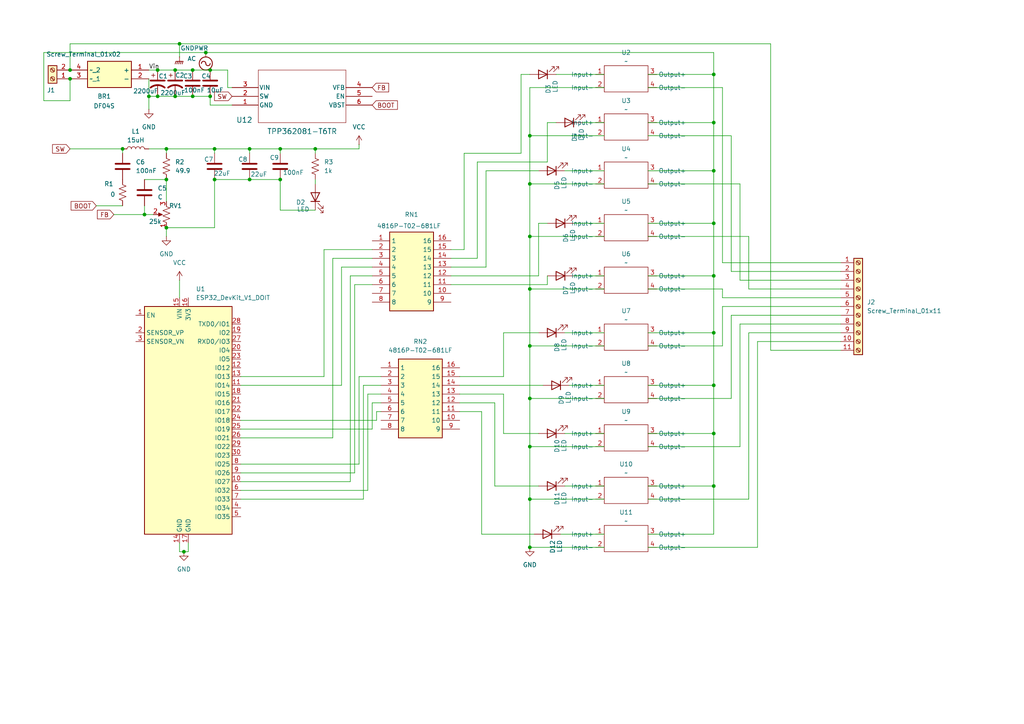
<source format=kicad_sch>
(kicad_sch (version 20231120) (generator "eeschema") (generator_version "8.0")
  (paper "A4")
  (lib_symbols
    (symbol "Bridge_rectifier:DF04S"
      (property "Reference" "BR" (at 19.05 7.62 0))
      (property "Value" "DF04S" (at 19.05 5.08 0))
      (symbol "DF04S_1_1"
        (rectangle (start 5.08 2.54) (end 17.78 -5.08) (stroke (width 0.254)) (fill (type background)))
        (pin passive line (at 0 0 0) (length 5.08) (name "+") (number "1"))
        (pin passive line (at 0 -2.54 0) (length 5.08) (name "-") (number "2"))
        (pin passive line (at 22.86 -2.54 180) (length 5.08) (name "~_1") (number "3"))
        (pin passive line (at 22.86 0 180) (length 5.08) (name "~_2") (number "4"))
      )
    )
    (symbol "Connector:Screw_Terminal_01x02" (pin_names (offset 1.016) hide)
      (property "Reference" "J" (at 0 2.54 0))
      (property "Value" "Screw_Terminal_01x02" (at 0 -5.08 0))
      (symbol "Screw_Terminal_01x02_1_1"
        (rectangle (start -1.27 1.27) (end 1.27 -3.81) (stroke (width 0.254)) (fill (type background)))
        (circle (center 0 -2.54) (radius 0.635) (stroke (width 0.1524)))
        (polyline (pts (xy -0.5334 -2.2098) (xy 0.3302 -3.048)) (stroke (width 0.1524)))
        (polyline (pts (xy -0.5334 0.3302) (xy 0.3302 -0.508)) (stroke (width 0.1524)))
        (polyline (pts (xy -0.3556 -2.032) (xy 0.508 -2.8702)) (stroke (width 0.1524)))
        (polyline (pts (xy -0.3556 0.508) (xy 0.508 -0.3302)) (stroke (width 0.1524)))
        (circle (center 0 0) (radius 0.635) (stroke (width 0.1524)))
        (pin passive line (at -5.08 0 0) (length 3.81) (name "Pin_1") (number "1"))
        (pin passive line (at -5.08 -2.54 0) (length 3.81) (name "Pin_2") (number "2"))
      )
    )
    (symbol "Connector:Screw_Terminal_01x11" (pin_names (offset 1.016) hide)
      (property "Reference" "J" (at 0 15.24 0))
      (property "Value" "Screw_Terminal_01x11" (at 0 -15.24 0))
      (symbol "Screw_Terminal_01x11_1_1"
        (rectangle (start -1.27 13.97) (end 1.27 -13.97) (stroke (width 0.254)) (fill (type background)))
        (circle (center 0 -12.7) (radius 0.635) (stroke (width 0.1524)))
        (circle (center 0 -10.16) (radius 0.635) (stroke (width 0.1524)))
        (circle (center 0 -7.62) (radius 0.635) (stroke (width 0.1524)))
        (circle (center 0 -5.08) (radius 0.635) (stroke (width 0.1524)))
        (circle (center 0 -2.54) (radius 0.635) (stroke (width 0.1524)))
        (polyline (pts (xy -0.5334 -12.3698) (xy 0.3302 -13.208)) (stroke (width 0.1524)))
        (polyline (pts (xy -0.5334 -9.8298) (xy 0.3302 -10.668)) (stroke (width 0.1524)))
        (polyline (pts (xy -0.5334 -7.2898) (xy 0.3302 -8.128)) (stroke (width 0.1524)))
        (polyline (pts (xy -0.5334 -4.7498) (xy 0.3302 -5.588)) (stroke (width 0.1524)))
        (polyline (pts (xy -0.5334 -2.2098) (xy 0.3302 -3.048)) (stroke (width 0.1524)))
        (polyline (pts (xy -0.5334 0.3302) (xy 0.3302 -0.508)) (stroke (width 0.1524)))
        (polyline (pts (xy -0.5334 2.8702) (xy 0.3302 2.032)) (stroke (width 0.1524)))
        (polyline (pts (xy -0.5334 5.4102) (xy 0.3302 4.572)) (stroke (width 0.1524)))
        (polyline (pts (xy -0.5334 7.9502) (xy 0.3302 7.112)) (stroke (width 0.1524)))
        (polyline (pts (xy -0.5334 10.4902) (xy 0.3302 9.652)) (stroke (width 0.1524)))
        (polyline (pts (xy -0.5334 13.0302) (xy 0.3302 12.192)) (stroke (width 0.1524)))
        (polyline (pts (xy -0.3556 -12.192) (xy 0.508 -13.0302)) (stroke (width 0.1524)))
        (polyline (pts (xy -0.3556 -9.652) (xy 0.508 -10.4902)) (stroke (width 0.1524)))
        (polyline (pts (xy -0.3556 -7.112) (xy 0.508 -7.9502)) (stroke (width 0.1524)))
        (polyline (pts (xy -0.3556 -4.572) (xy 0.508 -5.4102)) (stroke (width 0.1524)))
        (polyline (pts (xy -0.3556 -2.032) (xy 0.508 -2.8702)) (stroke (width 0.1524)))
        (polyline (pts (xy -0.3556 0.508) (xy 0.508 -0.3302)) (stroke (width 0.1524)))
        (polyline (pts (xy -0.3556 3.048) (xy 0.508 2.2098)) (stroke (width 0.1524)))
        (polyline (pts (xy -0.3556 5.588) (xy 0.508 4.7498)) (stroke (width 0.1524)))
        (polyline (pts (xy -0.3556 8.128) (xy 0.508 7.2898)) (stroke (width 0.1524)))
        (polyline (pts (xy -0.3556 10.668) (xy 0.508 9.8298)) (stroke (width 0.1524)))
        (polyline (pts (xy -0.3556 13.208) (xy 0.508 12.3698)) (stroke (width 0.1524)))
        (circle (center 0 0) (radius 0.635) (stroke (width 0.1524)))
        (circle (center 0 2.54) (radius 0.635) (stroke (width 0.1524)))
        (circle (center 0 5.08) (radius 0.635) (stroke (width 0.1524)))
        (circle (center 0 7.62) (radius 0.635) (stroke (width 0.1524)))
        (circle (center 0 10.16) (radius 0.635) (stroke (width 0.1524)))
        (circle (center 0 12.7) (radius 0.635) (stroke (width 0.1524)))
        (pin passive line (at -5.08 12.7 0) (length 3.81) (name "Pin_1") (number "1"))
        (pin passive line (at -5.08 -10.16 0) (length 3.81) (name "Pin_10") (number "10"))
        (pin passive line (at -5.08 -12.7 0) (length 3.81) (name "Pin_11") (number "11"))
        (pin passive line (at -5.08 10.16 0) (length 3.81) (name "Pin_2") (number "2"))
        (pin passive line (at -5.08 7.62 0) (length 3.81) (name "Pin_3") (number "3"))
        (pin passive line (at -5.08 5.08 0) (length 3.81) (name "Pin_4") (number "4"))
        (pin passive line (at -5.08 2.54 0) (length 3.81) (name "Pin_5") (number "5"))
        (pin passive line (at -5.08 0 0) (length 3.81) (name "Pin_6") (number "6"))
        (pin passive line (at -5.08 -2.54 0) (length 3.81) (name "Pin_7") (number "7"))
        (pin passive line (at -5.08 -5.08 0) (length 3.81) (name "Pin_8") (number "8"))
        (pin passive line (at -5.08 -7.62 0) (length 3.81) (name "Pin_9") (number "9"))
      )
    )
    (symbol "Device:C" (pin_numbers hide) (pin_names (offset 0.254))
      (property "Reference" "C" (at 0.635 2.54 0))
      (property "Value" "C" (at 0.635 -2.54 0))
      (symbol "C_0_1"
        (polyline (pts (xy -2.032 -0.762) (xy 2.032 -0.762)) (stroke (width 0.508)))
        (polyline (pts (xy -2.032 0.762) (xy 2.032 0.762)) (stroke (width 0.508)))
      )
      (symbol "C_1_1"
        (pin passive line (at 0 3.81 270) (length 2.794) (name "~") (number "1"))
        (pin passive line (at 0 -3.81 90) (length 2.794) (name "~") (number "2"))
      )
    )
    (symbol "Device:C_Polarized_US" (pin_numbers hide) (pin_names (offset 0.254) hide)
      (property "Reference" "C" (at 0.635 2.54 0))
      (property "Value" "C_Polarized_US" (at 0.635 -2.54 0))
      (symbol "C_Polarized_US_0_1"
        (polyline (pts (xy -2.032 0.762) (xy 2.032 0.762)) (stroke (width 0.508)))
        (polyline (pts (xy -1.778 2.286) (xy -0.762 2.286)))
        (polyline (pts (xy -1.27 1.778) (xy -1.27 2.794)))
        (arc (start 2.032 -1.27) (mid 0 -0.5572) (end -2.032 -1.27) (stroke (width 0.508)))
      )
      (symbol "C_Polarized_US_1_1"
        (pin passive line (at 0 3.81 270) (length 2.794) (name "~") (number "1"))
        (pin passive line (at 0 -3.81 90) (length 3.302) (name "~") (number "2"))
      )
    )
    (symbol "Device:L" (pin_numbers hide) (pin_names (offset 1.016) hide)
      (property "Reference" "L" (at -1.27 0 90))
      (property "Value" "L" (at 1.905 0 90))
      (symbol "L_0_1"
        (arc (start 0 -2.54) (mid 0.6323 -1.905) (end 0 -1.27))
        (arc (start 0 -1.27) (mid 0.6323 -0.635) (end 0 0))
        (arc (start 0 0) (mid 0.6323 0.635) (end 0 1.27))
        (arc (start 0 1.27) (mid 0.6323 1.905) (end 0 2.54))
      )
      (symbol "L_1_1"
        (pin passive line (at 0 3.81 270) (length 1.27) (name "1") (number "1"))
        (pin passive line (at 0 -3.81 90) (length 1.27) (name "2") (number "2"))
      )
    )
    (symbol "Device:LED" (pin_numbers hide) (pin_names (offset 1.016) hide)
      (property "Reference" "D" (at 0 2.54 0))
      (property "Value" "LED" (at 0 -2.54 0))
      (symbol "LED_0_1"
        (polyline (pts (xy -1.27 -1.27) (xy -1.27 1.27)) (stroke (width 0.254)))
        (polyline (pts (xy -1.27 0) (xy 1.27 0)))
        (polyline (pts (xy 1.27 -1.27) (xy 1.27 1.27) (xy -1.27 0) (xy 1.27 -1.27)) (stroke (width 0.254)))
        (polyline (pts (xy -3.048 -0.762) (xy -4.572 -2.286) (xy -3.81 -2.286) (xy -4.572 -2.286) (xy -4.572 -1.524)))
        (polyline (pts (xy -1.778 -0.762) (xy -3.302 -2.286) (xy -2.54 -2.286) (xy -3.302 -2.286) (xy -3.302 -1.524)))
      )
      (symbol "LED_1_1"
        (pin passive line (at -3.81 0 0) (length 2.54) (name "K") (number "1"))
        (pin passive line (at 3.81 0 180) (length 2.54) (name "A") (number "2"))
      )
    )
    (symbol "Device:R_Potentiometer_US" (pin_names (offset 1.016) hide)
      (property "Reference" "RV" (at -4.445 0 90))
      (property "Value" "R_Potentiometer_US" (at -2.54 0 90))
      (symbol "R_Potentiometer_US_0_1"
        (polyline (pts (xy 0 -2.286) (xy 0 -2.54)))
        (polyline (pts (xy 0 2.54) (xy 0 2.286)))
        (polyline (pts (xy 2.54 0) (xy 1.524 0)))
        (polyline (pts (xy 1.143 0) (xy 2.286 0.508) (xy 2.286 -0.508) (xy 1.143 0)) (fill (type outline)))
        (polyline (pts (xy 0 -0.762) (xy 1.016 -1.143) (xy 0 -1.524) (xy -1.016 -1.905) (xy 0 -2.286)))
        (polyline (pts (xy 0 0.762) (xy 1.016 0.381) (xy 0 0) (xy -1.016 -0.381) (xy 0 -0.762)))
        (polyline (pts (xy 0 2.286) (xy 1.016 1.905) (xy 0 1.524) (xy -1.016 1.143) (xy 0 0.762)))
      )
      (symbol "R_Potentiometer_US_1_1"
        (pin passive line (at 0 3.81 270) (length 1.27) (name "1") (number "1"))
        (pin passive line (at 3.81 0 180) (length 1.27) (name "2") (number "2"))
        (pin passive line (at 0 -3.81 90) (length 1.27) (name "3") (number "3"))
      )
    )
    (symbol "Device:R_US" (pin_numbers hide) (pin_names (offset 0))
      (property "Reference" "R" (at 2.54 0 90))
      (property "Value" "R_US" (at -2.54 0 90))
      (symbol "R_US_0_1"
        (polyline (pts (xy 0 -2.286) (xy 0 -2.54)))
        (polyline (pts (xy 0 2.286) (xy 0 2.54)))
        (polyline (pts (xy 0 -0.762) (xy 1.016 -1.143) (xy 0 -1.524) (xy -1.016 -1.905) (xy 0 -2.286)))
        (polyline (pts (xy 0 0.762) (xy 1.016 0.381) (xy 0 0) (xy -1.016 -0.381) (xy 0 -0.762)))
        (polyline (pts (xy 0 2.286) (xy 1.016 1.905) (xy 0 1.524) (xy -1.016 1.143) (xy 0 0.762)))
      )
      (symbol "R_US_1_1"
        (pin passive line (at 0 3.81 270) (length 1.27) (name "~") (number "1"))
        (pin passive line (at 0 -3.81 90) (length 1.27) (name "~") (number "2"))
      )
    )
    (symbol "Resistor_Network:4816P-T02-681LF"
      (property "Reference" "RN" (at 19.05 7.62 0))
      (property "Value" "4816P-T02-681LF" (at 19.05 5.08 0))
      (symbol "4816P-T02-681LF_1_1"
        (rectangle (start 5.08 2.54) (end 17.78 -20.32) (stroke (width 0.254)) (fill (type background)))
        (pin passive line (at 0 0 0) (length 5.08) (name "1") (number "1"))
        (pin passive line (at 22.86 -15.24 180) (length 5.08) (name "10") (number "10"))
        (pin passive line (at 22.86 -12.7 180) (length 5.08) (name "11") (number "11"))
        (pin passive line (at 22.86 -10.16 180) (length 5.08) (name "12") (number "12"))
        (pin passive line (at 22.86 -7.62 180) (length 5.08) (name "13") (number "13"))
        (pin passive line (at 22.86 -5.08 180) (length 5.08) (name "14") (number "14"))
        (pin passive line (at 22.86 -2.54 180) (length 5.08) (name "15") (number "15"))
        (pin passive line (at 22.86 0 180) (length 5.08) (name "16") (number "16"))
        (pin passive line (at 0 -2.54 0) (length 5.08) (name "2") (number "2"))
        (pin passive line (at 0 -5.08 0) (length 5.08) (name "3") (number "3"))
        (pin passive line (at 0 -7.62 0) (length 5.08) (name "4") (number "4"))
        (pin passive line (at 0 -10.16 0) (length 5.08) (name "5") (number "5"))
        (pin passive line (at 0 -12.7 0) (length 5.08) (name "6") (number "6"))
        (pin passive line (at 0 -15.24 0) (length 5.08) (name "7") (number "7"))
        (pin passive line (at 0 -17.78 0) (length 5.08) (name "8") (number "8"))
        (pin passive line (at 22.86 -17.78 180) (length 5.08) (name "9") (number "9"))
      )
    )
    (symbol "SSR:OR-M4XXA"
      (property "Reference" "U" (at -1.524 -2.032 0))
      (symbol "OR-M4XXA_0_1"
        (rectangle (start 0 0) (end 12.7 7.62))
      )
      (symbol "OR-M4XXA_1_1"
        (pin input line (at 0 5.08 180) (length 2.54) (name "Input+") (number "1"))
        (pin input line (at 0 1.27 180) (length 2.54) (name "Input-") (number "2"))
        (pin output line (at 12.7 5.08 0) (length 2.54) (name "Output+") (number "3"))
        (pin output line (at 12.7 1.27 0) (length 2.54) (name "Output-") (number "4"))
      )
    )
    (symbol "Voltage_Regulator:TPP362081-T6TR" (pin_names (offset 0.254))
      (property "Reference" "U" (at 20.32 10.16 0))
      (property "Value" "TPP362081-T6TR" (at 20.32 7.62 0))
      (symbol "TPP362081-T6TR_0_1"
        (polyline (pts (xy 7.62 -10.16) (xy 33.02 -10.16)) (stroke (width 0.127)))
        (polyline (pts (xy 7.62 5.08) (xy 7.62 -10.16)) (stroke (width 0.127)))
        (polyline (pts (xy 33.02 -10.16) (xy 33.02 5.08)) (stroke (width 0.127)))
        (polyline (pts (xy 33.02 5.08) (xy 7.62 5.08)) (stroke (width 0.127)))
        (pin power_out line (at 0 0 0) (length 7.62) (name "GND") (number "1"))
        (pin output line (at 0 -2.54 0) (length 7.62) (name "SW") (number "2"))
        (pin power_in line (at 0 -5.08 0) (length 7.62) (name "VIN") (number "3"))
        (pin input line (at 40.64 -5.08 180) (length 7.62) (name "VFB") (number "4"))
        (pin input line (at 40.64 -2.54 180) (length 7.62) (name "EN") (number "5"))
        (pin output line (at 40.64 0 180) (length 7.62) (name "VBST") (number "6"))
      )
    )
    (symbol "esp32_devkit_v1:ESP32_DevKit_V1_DOIT"
      (property "Reference" "U" (at -11.43 34.29 0))
      (property "Value" "ESP32_DevKit_V1_DOIT" (at 11.43 34.29 0))
      (symbol "ESP32_DevKit_V1_DOIT_1_1"
        (rectangle (start -12.7 33.02) (end 12.7 -33.02) (stroke (width 0.254)) (fill (type background)))
        (pin input line (at -15.24 30.48 0) (length 2.54) (name "EN") (number "1"))
        (pin bidirectional line (at 15.24 -17.78 180) (length 2.54) (name "IO27") (number "10"))
        (pin bidirectional line (at 15.24 10.16 180) (length 2.54) (name "IO14") (number "11"))
        (pin bidirectional line (at 15.24 15.24 180) (length 2.54) (name "IO12") (number "12"))
        (pin bidirectional line (at 15.24 12.7 180) (length 2.54) (name "IO13") (number "13"))
        (pin power_in line (at -2.54 -35.56 90) (length 2.54) (name "GND") (number "14"))
        (pin power_in line (at -2.54 35.56 270) (length 2.54) (name "VIN") (number "15"))
        (pin power_in line (at 0 35.56 270) (length 2.54) (name "3V3") (number "16"))
        (pin power_in line (at 0 -35.56 90) (length 2.54) (name "GND") (number "17"))
        (pin bidirectional line (at 15.24 7.62 180) (length 2.54) (name "IO15") (number "18"))
        (pin bidirectional line (at 15.24 25.4 180) (length 2.54) (name "IO2") (number "19"))
        (pin input line (at -15.24 25.4 0) (length 2.54) (name "SENSOR_VP") (number "2"))
        (pin bidirectional line (at 15.24 20.32 180) (length 2.54) (name "IO4") (number "20"))
        (pin bidirectional line (at 15.24 5.08 180) (length 2.54) (name "IO16") (number "21"))
        (pin bidirectional line (at 15.24 2.54 180) (length 2.54) (name "IO17") (number "22"))
        (pin bidirectional line (at 15.24 17.78 180) (length 2.54) (name "IO5") (number "23"))
        (pin bidirectional line (at 15.24 0 180) (length 2.54) (name "IO18") (number "24"))
        (pin bidirectional line (at 15.24 -2.54 180) (length 2.54) (name "IO19") (number "25"))
        (pin bidirectional line (at 15.24 -5.08 180) (length 2.54) (name "IO21") (number "26"))
        (pin bidirectional line (at 15.24 22.86 180) (length 2.54) (name "RXD0/IO3") (number "27"))
        (pin bidirectional line (at 15.24 27.94 180) (length 2.54) (name "TXD0/IO1") (number "28"))
        (pin bidirectional line (at 15.24 -7.62 180) (length 2.54) (name "IO22") (number "29"))
        (pin input line (at -15.24 22.86 0) (length 2.54) (name "SENSOR_VN") (number "3"))
        (pin bidirectional line (at 15.24 -10.16 180) (length 2.54) (name "IO23") (number "30"))
        (pin input line (at 15.24 -25.4 180) (length 2.54) (name "IO34") (number "4"))
        (pin input line (at 15.24 -27.94 180) (length 2.54) (name "IO35") (number "5"))
        (pin bidirectional line (at 15.24 -20.32 180) (length 2.54) (name "IO32") (number "6"))
        (pin bidirectional line (at 15.24 -22.86 180) (length 2.54) (name "IO33") (number "7"))
        (pin bidirectional line (at 15.24 -12.7 180) (length 2.54) (name "IO25") (number "8"))
        (pin bidirectional line (at 15.24 -15.24 180) (length 2.54) (name "IO26") (number "9"))
      )
    )
    (symbol "power:AC" (power) (pin_numbers hide) (pin_names (offset 0) hide)
      (property "Value" "AC" (at 0 6.35 0))
      (symbol "AC_0_1"
        (polyline (pts (xy 0 0) (xy 0 1.27)))
        (arc (start 0 3.175) (mid -0.635 3.8073) (end -1.27 3.175) (stroke (width 0.254)))
        (arc (start 0 3.175) (mid 0.635 2.5427) (end 1.27 3.175) (stroke (width 0.254)))
        (circle (center 0 3.175) (radius 1.905) (stroke (width 0.254)))
      )
      (symbol "AC_1_1"
        (pin power_in line (at 0 0 90) (length 0) (name "~") (number "1"))
      )
    )
    (symbol "power:GND" (power) (pin_numbers hide) (pin_names (offset 0) hide)
      (property "Value" "GND" (at 0 -3.81 0))
      (symbol "GND_0_1"
        (polyline (pts (xy 0 0) (xy 0 -1.27) (xy 1.27 -1.27) (xy 0 -2.54) (xy -1.27 -1.27) (xy 0 -1.27)))
      )
      (symbol "GND_1_1"
        (pin power_in line (at 0 0 270) (length 0) (name "~") (number "1"))
      )
    )
    (symbol "power:GNDPWR" (power) (pin_numbers hide) (pin_names (offset 0) hide)
      (property "Value" "GNDPWR" (at 0 -3.302 0))
      (symbol "GNDPWR_0_1"
        (polyline (pts (xy 0 -1.27) (xy 0 0)))
        (polyline (pts (xy -1.016 -1.27) (xy -1.27 -2.032) (xy -1.27 -2.032)) (stroke (width 0.2032)))
        (polyline (pts (xy -0.508 -1.27) (xy -0.762 -2.032) (xy -0.762 -2.032)) (stroke (width 0.2032)))
        (polyline (pts (xy 0 -1.27) (xy -0.254 -2.032) (xy -0.254 -2.032)) (stroke (width 0.2032)))
        (polyline (pts (xy 0.508 -1.27) (xy 0.254 -2.032) (xy 0.254 -2.032)) (stroke (width 0.2032)))
        (polyline (pts (xy 1.016 -1.27) (xy -1.016 -1.27) (xy -1.016 -1.27)) (stroke (width 0.2032)))
        (polyline (pts (xy 1.016 -1.27) (xy 0.762 -2.032) (xy 0.762 -2.032) (xy 0.762 -2.032)) (stroke (width 0.2032)))
      )
      (symbol "GNDPWR_1_1"
        (pin power_in line (at 0 0 270) (length 0) (name "~") (number "1"))
      )
    )
    (symbol "power:VCC" (power) (pin_numbers hide) (pin_names (offset 0) hide)
      (property "Value" "VCC" (at 0 3.556 0))
      (symbol "VCC_0_1"
        (polyline (pts (xy -0.762 1.27) (xy 0 2.54)))
        (polyline (pts (xy 0 0) (xy 0 2.54)))
        (polyline (pts (xy 0 2.54) (xy 0.762 1.27)))
      )
      (symbol "VCC_1_1"
        (pin power_in line (at 0 0 90) (length 0) (name "~") (number "1"))
      )
    )
  )
  (junction (at 153.67 129.54))
  (junction (at 153.67 100.33))
  (junction (at 153.67 68.58))
  (junction (at 207.01 125.73))
  (junction (at 45.72 20.32))
  (junction (at 153.67 158.75))
  (junction (at 50.8 20.32))
  (junction (at 207.01 21.59))
  (junction (at 81.28 43.18))
  (junction (at 55.88 20.32))
  (junction (at 48.26 43.18))
  (junction (at 60.96 27.94))
  (junction (at 62.23 43.18))
  (junction (at 207.01 35.56))
  (junction (at 43.18 27.94))
  (junction (at 20.32 22.86))
  (junction (at 45.72 27.94))
  (junction (at 48.26 66.04))
  (junction (at 59.69 15.24))
  (junction (at 81.28 52.07))
  (junction (at 35.56 43.18))
  (junction (at 153.67 115.57))
  (junction (at 207.01 111.76))
  (junction (at 41.91 62.23))
  (junction (at 48.26 52.07))
  (junction (at 153.67 83.82))
  (junction (at 50.8 27.94))
  (junction (at 72.39 52.07))
  (junction (at 72.39 43.18))
  (junction (at 153.67 144.78))
  (junction (at 207.01 49.53))
  (junction (at 62.23 52.07))
  (junction (at 91.44 43.18))
  (junction (at 53.34 160.02))
  (junction (at 207.01 96.52))
  (junction (at 60.96 20.32))
  (junction (at 52.07 12.7))
  (junction (at 55.88 27.94))
  (junction (at 20.32 20.32))
  (junction (at 207.01 140.97))
  (junction (at 153.67 53.34))
  (junction (at 153.67 39.37))
  (junction (at 207.01 64.77))
  (junction (at 207.01 80.01))
  (wire (pts (xy 153.67 158.75) (xy 175.26 158.75)))
  (wire (pts (xy 187.96 100.33) (xy 209.55 100.33)))
  (wire (pts (xy 165.1 111.76) (xy 175.26 111.76)))
  (wire (pts (xy 187.96 129.54) (xy 214.63 129.54)))
  (wire (pts (xy 166.37 64.77) (xy 175.26 64.77)))
  (wire (pts (xy 48.26 68.58) (xy 48.26 66.04)))
  (wire (pts (xy 146.05 109.22) (xy 146.05 96.52)))
  (wire (pts (xy 209.55 88.9) (xy 209.55 100.33)))
  (wire (pts (xy 207.01 96.52) (xy 207.01 111.76)))
  (wire (pts (xy 143.51 116.84) (xy 143.51 140.97)))
  (wire (pts (xy 12.7 15.24) (xy 12.7 29.21)))
  (wire (pts (xy 146.05 96.52) (xy 156.21 96.52)))
  (wire (pts (xy 243.84 83.82) (xy 217.17 83.82)))
  (wire (pts (xy 143.51 140.97) (xy 156.21 140.97)))
  (wire (pts (xy 212.09 78.74) (xy 243.84 78.74)))
  (wire (pts (xy 153.67 129.54) (xy 175.26 129.54)))
  (wire (pts (xy 138.43 46.99) (xy 158.75 46.99)))
  (wire (pts (xy 81.28 52.07) (xy 81.28 60.96)))
  (wire (pts (xy 153.67 83.82) (xy 153.67 100.33)))
  (wire (pts (xy 96.52 127) (xy 96.52 74.93)))
  (wire (pts (xy 105.41 144.78) (xy 105.41 111.76)))
  (wire (pts (xy 102.87 82.55) (xy 107.95 82.55)))
  (wire (pts (xy 102.87 137.16) (xy 102.87 82.55)))
  (wire (pts (xy 81.28 43.18) (xy 91.44 43.18)))
  (wire (pts (xy 214.63 81.28) (xy 214.63 53.34)))
  (wire (pts (xy 212.09 39.37) (xy 212.09 78.74)))
  (wire (pts (xy 69.85 139.7) (xy 101.6 139.7)))
  (wire (pts (xy 69.85 121.92) (xy 109.22 121.92)))
  (wire (pts (xy 130.81 82.55) (xy 158.75 82.55)))
  (wire (pts (xy 207.01 21.59) (xy 207.01 35.56)))
  (wire (pts (xy 134.62 44.45) (xy 151.13 44.45)))
  (wire (pts (xy 130.81 80.01) (xy 156.21 80.01)))
  (wire (pts (xy 212.09 91.44) (xy 212.09 115.57)))
  (wire (pts (xy 43.18 20.32) (xy 45.72 20.32)))
  (wire (pts (xy 53.34 160.02) (xy 54.61 160.02)))
  (wire (pts (xy 153.67 39.37) (xy 175.26 39.37)))
  (wire (pts (xy 146.05 125.73) (xy 156.21 125.73)))
  (wire (pts (xy 52.07 12.7) (xy 52.07 16.51)))
  (wire (pts (xy 153.67 68.58) (xy 153.67 83.82)))
  (wire (pts (xy 109.22 119.38) (xy 110.49 119.38)))
  (wire (pts (xy 107.95 116.84) (xy 110.49 116.84)))
  (wire (pts (xy 101.6 139.7) (xy 101.6 80.01)))
  (wire (pts (xy 207.01 111.76) (xy 207.01 125.73)))
  (wire (pts (xy 153.67 53.34) (xy 153.67 68.58)))
  (wire (pts (xy 217.17 144.78) (xy 187.96 144.78)))
  (wire (pts (xy 62.23 43.18) (xy 62.23 44.45)))
  (wire (pts (xy 35.56 59.69) (xy 27.94 59.69)))
  (wire (pts (xy 243.84 81.28) (xy 214.63 81.28)))
  (wire (pts (xy 130.81 77.47) (xy 140.97 77.47)))
  (wire (pts (xy 60.96 30.48) (xy 67.31 30.48)))
  (wire (pts (xy 43.18 31.75) (xy 43.18 27.94)))
  (wire (pts (xy 175.26 115.57) (xy 153.67 115.57)))
  (wire (pts (xy 219.71 99.06) (xy 219.71 158.75)))
  (wire (pts (xy 209.55 76.2) (xy 243.84 76.2)))
  (wire (pts (xy 41.91 59.69) (xy 41.91 62.23)))
  (wire (pts (xy 243.84 93.98) (xy 214.63 93.98)))
  (wire (pts (xy 207.01 140.97) (xy 207.01 154.94)))
  (wire (pts (xy 43.18 27.94) (xy 45.72 27.94)))
  (wire (pts (xy 187.96 154.94) (xy 207.01 154.94)))
  (wire (pts (xy 151.13 21.59) (xy 153.67 21.59)))
  (wire (pts (xy 138.43 74.93) (xy 138.43 46.99)))
  (wire (pts (xy 153.67 25.4) (xy 153.67 39.37)))
  (wire (pts (xy 52.07 12.7) (xy 223.52 12.7)))
  (wire (pts (xy 207.01 49.53) (xy 207.01 64.77)))
  (wire (pts (xy 43.18 27.94) (xy 43.18 22.86)))
  (wire (pts (xy 91.44 60.96) (xy 81.28 60.96)))
  (wire (pts (xy 50.8 20.32) (xy 55.88 20.32)))
  (wire (pts (xy 187.96 21.59) (xy 207.01 21.59)))
  (wire (pts (xy 133.35 109.22) (xy 146.05 109.22)))
  (wire (pts (xy 107.95 124.46) (xy 107.95 116.84)))
  (wire (pts (xy 55.88 20.32) (xy 60.96 20.32)))
  (wire (pts (xy 62.23 43.18) (xy 48.26 43.18)))
  (wire (pts (xy 243.84 88.9) (xy 209.55 88.9)))
  (wire (pts (xy 139.7 119.38) (xy 139.7 154.94)))
  (wire (pts (xy 153.67 144.78) (xy 175.26 144.78)))
  (wire (pts (xy 41.91 52.07) (xy 48.26 52.07)))
  (wire (pts (xy 243.84 96.52) (xy 217.17 96.52)))
  (wire (pts (xy 223.52 12.7) (xy 223.52 101.6)))
  (wire (pts (xy 209.55 86.36) (xy 243.84 86.36)))
  (wire (pts (xy 166.37 80.01) (xy 175.26 80.01)))
  (wire (pts (xy 91.44 53.34) (xy 91.44 52.07)))
  (wire (pts (xy 219.71 158.75) (xy 187.96 158.75)))
  (wire (pts (xy 91.44 43.18) (xy 91.44 44.45)))
  (wire (pts (xy 105.41 111.76) (xy 110.49 111.76)))
  (wire (pts (xy 69.85 137.16) (xy 102.87 137.16)))
  (wire (pts (xy 163.83 140.97) (xy 175.26 140.97)))
  (wire (pts (xy 133.35 114.3) (xy 146.05 114.3)))
  (wire (pts (xy 69.85 144.78) (xy 105.41 144.78)))
  (wire (pts (xy 33.02 62.23) (xy 41.91 62.23)))
  (wire (pts (xy 106.68 142.24) (xy 106.68 114.3)))
  (wire (pts (xy 153.67 115.57) (xy 153.67 129.54)))
  (wire (pts (xy 72.39 43.18) (xy 72.39 44.45)))
  (wire (pts (xy 153.67 100.33) (xy 153.67 115.57)))
  (wire (pts (xy 50.8 27.94) (xy 55.88 27.94)))
  (wire (pts (xy 187.96 125.73) (xy 207.01 125.73)))
  (wire (pts (xy 163.83 125.73) (xy 175.26 125.73)))
  (wire (pts (xy 217.17 96.52) (xy 217.17 144.78)))
  (wire (pts (xy 99.06 77.47) (xy 107.95 77.47)))
  (wire (pts (xy 162.56 154.94) (xy 175.26 154.94)))
  (wire (pts (xy 187.96 53.34) (xy 214.63 53.34)))
  (wire (pts (xy 101.6 80.01) (xy 107.95 80.01)))
  (wire (pts (xy 69.85 111.76) (xy 99.06 111.76)))
  (wire (pts (xy 158.75 35.56) (xy 161.29 35.56)))
  (wire (pts (xy 158.75 82.55) (xy 158.75 80.01)))
  (wire (pts (xy 243.84 91.44) (xy 212.09 91.44)))
  (wire (pts (xy 187.96 25.4) (xy 209.55 25.4)))
  (wire (pts (xy 187.96 96.52) (xy 207.01 96.52)))
  (wire (pts (xy 66.04 25.4) (xy 66.04 20.32)))
  (wire (pts (xy 187.96 64.77) (xy 207.01 64.77)))
  (wire (pts (xy 35.56 43.18) (xy 35.56 44.45)))
  (wire (pts (xy 158.75 46.99) (xy 158.75 35.56)))
  (wire (pts (xy 62.23 52.07) (xy 72.39 52.07)))
  (wire (pts (xy 217.17 83.82) (xy 217.17 68.58)))
  (wire (pts (xy 187.96 80.01) (xy 207.01 80.01)))
  (wire (pts (xy 41.91 62.23) (xy 44.45 62.23)))
  (wire (pts (xy 209.55 86.36) (xy 209.55 83.82)))
  (wire (pts (xy 153.67 100.33) (xy 175.26 100.33)))
  (wire (pts (xy 133.35 119.38) (xy 139.7 119.38)))
  (wire (pts (xy 69.85 142.24) (xy 106.68 142.24)))
  (wire (pts (xy 54.61 157.48) (xy 54.61 160.02)))
  (wire (pts (xy 153.67 83.82) (xy 175.26 83.82)))
  (wire (pts (xy 104.14 134.62) (xy 104.14 109.22)))
  (wire (pts (xy 146.05 114.3) (xy 146.05 125.73)))
  (wire (pts (xy 187.96 35.56) (xy 207.01 35.56)))
  (wire (pts (xy 72.39 43.18) (xy 81.28 43.18)))
  (wire (pts (xy 60.96 30.48) (xy 60.96 27.94)))
  (wire (pts (xy 134.62 44.45) (xy 134.62 72.39)))
  (wire (pts (xy 59.69 15.24) (xy 207.01 15.24)))
  (wire (pts (xy 133.35 116.84) (xy 143.51 116.84)))
  (wire (pts (xy 163.83 49.53) (xy 175.26 49.53)))
  (wire (pts (xy 52.07 81.28) (xy 52.07 86.36)))
  (wire (pts (xy 45.72 27.94) (xy 50.8 27.94)))
  (wire (pts (xy 187.96 111.76) (xy 207.01 111.76)))
  (wire (pts (xy 48.26 43.18) (xy 48.26 44.45)))
  (wire (pts (xy 48.26 66.04) (xy 62.23 66.04)))
  (wire (pts (xy 104.14 41.91) (xy 104.14 43.18)))
  (wire (pts (xy 20.32 29.21) (xy 20.32 22.86)))
  (wire (pts (xy 109.22 121.92) (xy 109.22 119.38)))
  (wire (pts (xy 153.67 39.37) (xy 153.67 53.34)))
  (wire (pts (xy 207.01 80.01) (xy 207.01 96.52)))
  (wire (pts (xy 55.88 27.94) (xy 60.96 27.94)))
  (wire (pts (xy 48.26 52.07) (xy 48.26 58.42)))
  (wire (pts (xy 72.39 52.07) (xy 81.28 52.07)))
  (wire (pts (xy 139.7 154.94) (xy 154.94 154.94)))
  (wire (pts (xy 66.04 25.4) (xy 67.31 25.4)))
  (wire (pts (xy 60.96 20.32) (xy 66.04 20.32)))
  (wire (pts (xy 156.21 64.77) (xy 158.75 64.77)))
  (wire (pts (xy 106.68 114.3) (xy 110.49 114.3)))
  (wire (pts (xy 104.14 43.18) (xy 91.44 43.18)))
  (wire (pts (xy 140.97 77.47) (xy 140.97 49.53)))
  (wire (pts (xy 187.96 49.53) (xy 207.01 49.53)))
  (wire (pts (xy 187.96 68.58) (xy 217.17 68.58)))
  (wire (pts (xy 207.01 35.56) (xy 207.01 49.53)))
  (wire (pts (xy 43.18 43.18) (xy 48.26 43.18)))
  (wire (pts (xy 153.67 144.78) (xy 153.67 158.75)))
  (wire (pts (xy 207.01 64.77) (xy 207.01 80.01)))
  (wire (pts (xy 214.63 93.98) (xy 214.63 129.54)))
  (wire (pts (xy 153.67 68.58) (xy 175.26 68.58)))
  (wire (pts (xy 187.96 140.97) (xy 207.01 140.97)))
  (wire (pts (xy 52.07 160.02) (xy 53.34 160.02)))
  (wire (pts (xy 209.55 25.4) (xy 209.55 76.2)))
  (wire (pts (xy 20.32 43.18) (xy 35.56 43.18)))
  (wire (pts (xy 243.84 99.06) (xy 219.71 99.06)))
  (wire (pts (xy 93.98 72.39) (xy 107.95 72.39)))
  (wire (pts (xy 69.85 124.46) (xy 107.95 124.46)))
  (wire (pts (xy 140.97 49.53) (xy 156.21 49.53)))
  (wire (pts (xy 156.21 80.01) (xy 156.21 64.77)))
  (wire (pts (xy 99.06 111.76) (xy 99.06 77.47)))
  (wire (pts (xy 133.35 111.76) (xy 157.48 111.76)))
  (wire (pts (xy 52.07 157.48) (xy 52.07 160.02)))
  (wire (pts (xy 175.26 25.4) (xy 153.67 25.4)))
  (wire (pts (xy 59.69 15.24) (xy 12.7 15.24)))
  (wire (pts (xy 12.7 29.21) (xy 20.32 29.21)))
  (wire (pts (xy 187.96 83.82) (xy 209.55 83.82)))
  (wire (pts (xy 207.01 125.73) (xy 207.01 140.97)))
  (wire (pts (xy 187.96 39.37) (xy 212.09 39.37)))
  (wire (pts (xy 20.32 12.7) (xy 20.32 20.32)))
  (wire (pts (xy 153.67 129.54) (xy 153.67 144.78)))
  (wire (pts (xy 81.28 43.18) (xy 81.28 44.45)))
  (wire (pts (xy 104.14 109.22) (xy 110.49 109.22)))
  (wire (pts (xy 20.32 12.7) (xy 52.07 12.7)))
  (wire (pts (xy 212.09 115.57) (xy 187.96 115.57)))
  (wire (pts (xy 62.23 43.18) (xy 72.39 43.18)))
  (wire (pts (xy 45.72 20.32) (xy 50.8 20.32)))
  (wire (pts (xy 163.83 96.52) (xy 175.26 96.52)))
  (wire (pts (xy 151.13 44.45) (xy 151.13 21.59)))
  (wire (pts (xy 69.85 109.22) (xy 93.98 109.22)))
  (wire (pts (xy 130.81 74.93) (xy 138.43 74.93)))
  (wire (pts (xy 93.98 109.22) (xy 93.98 72.39)))
  (wire (pts (xy 69.85 127) (xy 96.52 127)))
  (wire (pts (xy 161.29 21.59) (xy 175.26 21.59)))
  (wire (pts (xy 168.91 35.56) (xy 175.26 35.56)))
  (wire (pts (xy 207.01 15.24) (xy 207.01 21.59)))
  (wire (pts (xy 134.62 72.39) (xy 130.81 72.39)))
  (wire (pts (xy 96.52 74.93) (xy 107.95 74.93)))
  (wire (pts (xy 62.23 52.07) (xy 62.23 66.04)))
  (wire (pts (xy 243.84 101.6) (xy 223.52 101.6)))
  (wire (pts (xy 69.85 134.62) (xy 104.14 134.62)))
  (wire (pts (xy 153.67 53.34) (xy 175.26 53.34)))
  (label "Vin" (at 43.18 20.32 0))
  (global_label "BOOT" (shape input) (at 27.94 59.69 180) (property "Intersheetrefs" "${INTERSHEET_REFS}" (effects (hide yes))))
  (global_label "SW" (shape input) (at 67.31 27.94 180) (property "Intersheetrefs" "${INTERSHEET_REFS}" (effects (hide yes))))
  (global_label "FB" (shape input) (at 107.95 25.4 0) (property "Intersheetrefs" "${INTERSHEET_REFS}" (effects (hide yes))))
  (global_label "SW" (shape input) (at 20.32 43.18 180) (property "Intersheetrefs" "${INTERSHEET_REFS}" (effects (hide yes))))
  (global_label "FB" (shape input) (at 33.02 62.23 180) (property "Intersheetrefs" "${INTERSHEET_REFS}" (effects (hide yes))))
  (global_label "BOOT" (shape input) (at 107.95 30.48 0) (property "Intersheetrefs" "${INTERSHEET_REFS}" (effects (hide yes))))
  (symbol (lib_id "Resistor_Network:4816P-T02-681LF") (at 107.95 69.85 0) (unit 1)
    (property "Reference" "RN1" (at 119.38 62.23 0))
    (property "Value" "4816P-T02-681LF" (at 118.618 65.532 0))
    (property "Footprint" "Resistor_Network:SOIC127P762X240-16N" (effects (hide yes)))
    (property "Datasheet" "https://www.bourns.com/docs/Product-Datasheets/4800P.pdf" (effects (hide yes)))
    (property "Description" "680 Ohm +/-2% 80mW Power Per Element Bussed 15 Resistor Network/Array +/-100ppm/C 16-SOIC (0.220\", 5.59mm Width)" (effects (hide yes)))
    (property "Height" "2.4" (effects (hide yes)))
    (property "Manufacturer_Name" "Bourns" (effects (hide yes)))
    (property "Manufacturer_Part_Number" "4816P-T02-681LF" (effects (hide yes)))
    (property "Mouser Part Number" "652-4816P-T2LF-680" (effects (hide yes)))
    (property "Mouser Price/Stock" "https://www.mouser.co.uk/ProductDetail/Bourns/4816P-T02-681LF?qs=NkMPHUeWBAZOGQ0JXeb4TA%3D%3D" (effects (hide yes)))
    (property "Arrow Part Number" "4816P-T02-681LF" (effects (hide yes)))
    (property "Arrow Price/Stock" "https://www.arrow.com/en/products/4816p-t02-681lf/bourns" (effects (hide yes)))
  )
  (symbol (lib_id "Device:LED") (at 158.75 154.94 180) (unit 1)
    (property "Reference" "D12" (at 160.274 160.528 90) (effects (justify right)))
    (property "Value" "LED" (at 162.306 160.274 90) (effects (justify right)))
    (property "Footprint" "LED_SMD:LED_0402_1005Metric" (effects (hide yes)))
    (property "Description" "Light emitting diode" (effects (hide yes)))
  )
  (symbol (lib_id "power:AC") (at 59.69 15.24 180) (unit 1)
    (property "Reference" "#PWR06" (effects (hide yes)))
    (property "Value" "AC" (at 55.626 17.018 0))
    (property "Description" "Power symbol creates a global label with name \"AC\"" (effects (hide yes)))
  )
  (symbol (lib_id "Device:R_US") (at 91.44 48.26 0) (unit 1)
    (property "Reference" "R3" (at 93.98 46.9899 0) (effects (justify left)))
    (property "Value" "1k" (at 93.98 49.5299 0) (effects (justify left)))
    (property "Footprint" "Resistor_SMD:R_0805_2012Metric" (effects (hide yes)))
    (property "Description" "Resistor, US symbol" (effects (hide yes)))
  )
  (symbol (lib_id "SSR:OR-M4XXA") (at 175.26 54.61 0) (unit 1)
    (property "Reference" "U4" (at 181.61 43.18 0))
    (property "Value" "~" (at 181.61 45.72 0))
    (property "Footprint" "SSR:OR-M4XXA" (effects (hide yes)))
  )
  (symbol (lib_id "Device:C") (at 60.96 24.13 0) (unit 1)
    (property "Reference" "C4" (at 58.42 22.098 0) (effects (justify left)))
    (property "Value" "10uF" (at 59.944 26.162 0) (effects (justify left)))
    (property "Footprint" "Capacitor_SMD:C_0805_2012Metric" (effects (hide yes)))
    (property "Description" "Unpolarized capacitor" (effects (hide yes)))
  )
  (symbol (lib_id "SSR:OR-M4XXA") (at 175.26 85.09 0) (unit 1)
    (property "Reference" "U6" (at 181.61 73.66 0))
    (property "Value" "~" (at 181.61 76.2 0))
    (property "Footprint" "SSR:OR-M4XXA" (effects (hide yes)))
  )
  (symbol (lib_id "power:VCC") (at 52.07 81.28 0) (unit 1)
    (property "Reference" "#PWR04" (effects (hide yes)))
    (property "Value" "VCC" (at 52.07 76.2 0))
    (property "Description" "Power symbol creates a global label with name \"VCC\"" (effects (hide yes)))
  )
  (symbol (lib_id "Device:LED") (at 91.44 57.15 90) (unit 1)
    (property "Reference" "D2" (at 85.852 58.674 90) (effects (justify right)))
    (property "Value" "LED" (at 86.106 60.706 90) (effects (justify right)))
    (property "Footprint" "LED_SMD:LED_0402_1005Metric" (effects (hide yes)))
    (property "Description" "Light emitting diode" (effects (hide yes)))
  )
  (symbol (lib_id "Device:R_Potentiometer_US") (at 48.26 62.23 180) (unit 1)
    (property "Reference" "RV1" (at 49.022 59.69 0) (effects (justify right)))
    (property "Value" "25k" (at 43.18 64.262 0) (effects (justify right)))
    (property "Footprint" "Potentiometer:RES3_PV36W103C01B00_BRN" (effects (hide yes)))
    (property "Description" "Potentiometer, US symbol" (effects (hide yes)))
  )
  (symbol (lib_id "Voltage_Regulator:TPP362081-T6TR") (at 67.31 30.48 0) (mirror x) (unit 1)
    (property "Reference" "U12" (at 70.866 34.798 0) (effects (font (size 1.524 1.524))))
    (property "Value" "TPP362081-T6TR" (at 87.63 38.1 0) (effects (font (size 1.524 1.524))))
    (property "Footprint" "TSOT23-6-A_TPK" (effects (hide yes)))
    (property "Datasheet" "TPP362081-T6TR" (effects (hide yes)))
  )
  (symbol (lib_id "power:GND") (at 53.34 160.02 0) (unit 1)
    (property "Reference" "#PWR05" (effects (hide yes)))
    (property "Value" "GND" (at 53.34 165.1 0))
    (property "Description" "Power symbol creates a global label with name \"GND\" , ground" (effects (hide yes)))
  )
  (symbol (lib_id "Bridge_rectifier:DF04S") (at 43.18 20.32 0) (mirror y) (unit 1)
    (property "Reference" "BR1" (at 30.226 27.94 0))
    (property "Value" "DF04S" (at 30.226 30.734 0))
    (property "Footprint" "Bridge_rectifier:SOP510P1040X260-4N" (effects (hide yes)))
    (property "Datasheet" "https://www.diodes.com/assets/Datasheets/ds17001.pdf" (effects (hide yes)))
    (property "Description" "Bridge Rectifier, 1 Phase, Full Wave, 400 Volt, SO" (effects (hide yes)))
    (property "Height" "2.6" (effects (hide yes)))
    (property "Manufacturer_Name" "Vishay" (effects (hide yes)))
    (property "Manufacturer_Part_Number" "DF04S" (effects (hide yes)))
  )
  (symbol (lib_id "SSR:OR-M4XXA") (at 175.26 101.6 0) (unit 1)
    (property "Reference" "U7" (at 181.61 90.17 0))
    (property "Value" "~" (at 181.61 92.71 0))
    (property "Footprint" "SSR:OR-M4XXA" (effects (hide yes)))
  )
  (symbol (lib_id "power:GNDPWR") (at 52.07 16.51 0) (unit 1)
    (property "Reference" "#PWR07" (effects (hide yes)))
    (property "Value" "GNDPWR" (at 56.388 13.97 0))
    (property "Description" "Power symbol creates a global label with name \"GNDPWR\" , global ground" (effects (hide yes)))
  )
  (symbol (lib_id "power:GND") (at 153.67 158.75 0) (unit 1)
    (property "Reference" "#PWR02" (effects (hide yes)))
    (property "Value" "GND" (at 153.67 163.83 0))
    (property "Description" "Power symbol creates a global label with name \"GND\" , ground" (effects (hide yes)))
  )
  (symbol (lib_id "Device:LED") (at 160.02 96.52 180) (unit 1)
    (property "Reference" "D8" (at 161.544 102.108 90) (effects (justify right)))
    (property "Value" "LED" (at 163.576 101.854 90) (effects (justify right)))
    (property "Footprint" "LED_SMD:LED_0402_1005Metric" (effects (hide yes)))
    (property "Description" "Light emitting diode" (effects (hide yes)))
  )
  (symbol (lib_id "SSR:OR-M4XXA") (at 175.26 69.85 0) (unit 1)
    (property "Reference" "U5" (at 181.61 58.42 0))
    (property "Value" "~" (at 181.61 60.96 0))
    (property "Footprint" "SSR:OR-M4XXA" (effects (hide yes)))
  )
  (symbol (lib_id "Device:C") (at 62.23 48.26 0) (unit 1)
    (property "Reference" "C7" (at 59.182 46.228 0) (effects (justify left)))
    (property "Value" "22uF" (at 61.976 50.292 0) (effects (justify left)))
    (property "Footprint" "Capacitor_SMD:C_0805_2012Metric" (effects (hide yes)))
    (property "Description" "Unpolarized capacitor" (effects (hide yes)))
  )
  (symbol (lib_id "SSR:OR-M4XXA") (at 175.26 160.02 0) (unit 1)
    (property "Reference" "U11" (at 181.61 148.59 0))
    (property "Value" "~" (at 181.61 151.13 0))
    (property "Footprint" "SSR:OR-M4XXA" (effects (hide yes)))
  )
  (symbol (lib_id "Device:LED") (at 165.1 35.56 180) (unit 1)
    (property "Reference" "D4" (at 166.624 41.148 90) (effects (justify right)))
    (property "Value" "LED" (at 168.656 40.894 90) (effects (justify right)))
    (property "Footprint" "LED_SMD:LED_0402_1005Metric" (effects (hide yes)))
    (property "Description" "Light emitting diode" (effects (hide yes)))
  )
  (symbol (lib_id "Device:C") (at 81.28 48.26 0) (unit 1)
    (property "Reference" "C9" (at 78.232 45.72 0) (effects (justify left)))
    (property "Value" "100nF" (at 82.042 50.038 0) (effects (justify left)))
    (property "Footprint" "Capacitor_SMD:C_0805_2012Metric" (effects (hide yes)))
    (property "Description" "Unpolarized capacitor" (effects (hide yes)))
  )
  (symbol (lib_id "Device:LED") (at 162.56 64.77 180) (unit 1)
    (property "Reference" "D6" (at 164.084 70.358 90) (effects (justify right)))
    (property "Value" "LED" (at 166.116 70.104 90) (effects (justify right)))
    (property "Footprint" "LED_SMD:LED_0402_1005Metric" (effects (hide yes)))
    (property "Description" "Light emitting diode" (effects (hide yes)))
  )
  (symbol (lib_id "Device:LED") (at 160.02 49.53 180) (unit 1)
    (property "Reference" "D5" (at 161.544 55.118 90) (effects (justify right)))
    (property "Value" "LED" (at 163.576 54.864 90) (effects (justify right)))
    (property "Footprint" "LED_SMD:LED_0402_1005Metric" (effects (hide yes)))
    (property "Description" "Light emitting diode" (effects (hide yes)))
  )
  (symbol (lib_id "Device:R_US") (at 48.26 48.26 0) (unit 1)
    (property "Reference" "R2" (at 50.8 46.9899 0) (effects (justify left)))
    (property "Value" "49.9" (at 50.8 49.5299 0) (effects (justify left)))
    (property "Footprint" "Resistor_SMD:R_0805_2012Metric" (effects (hide yes)))
    (property "Description" "Resistor, US symbol" (effects (hide yes)))
  )
  (symbol (lib_id "power:GND") (at 43.18 31.75 0) (unit 1)
    (property "Reference" "#PWR08" (effects (hide yes)))
    (property "Value" "GND" (at 43.18 36.83 0))
    (property "Description" "Power symbol creates a global label with name \"GND\" , ground" (effects (hide yes)))
  )
  (symbol (lib_id "esp32_devkit_v1:ESP32_DevKit_V1_DOIT") (at 54.61 121.92 0) (unit 1)
    (property "Reference" "U1" (at 56.8041 83.82 0) (effects (justify left)))
    (property "Value" "ESP32_DevKit_V1_DOIT" (at 56.8041 86.36 0) (effects (justify left)))
    (property "Footprint" "esp32_devkit_v1:esp32_devkit_v1" (effects (hide yes)))
    (property "Datasheet" "https://aliexpress.com/item/32864722159.html" (effects (hide yes)))
    (property "Description" "32-bit microcontroller module with WiFi and Bluetooth" (effects (hide yes)))
  )
  (symbol (lib_id "SSR:OR-M4XXA") (at 175.26 130.81 0) (unit 1)
    (property "Reference" "U9" (at 181.61 119.38 0))
    (property "Value" "~" (at 181.61 121.92 0))
    (property "Footprint" "SSR:OR-M4XXA" (effects (hide yes)))
  )
  (symbol (lib_id "Device:C_Polarized_US") (at 50.8 24.13 0) (unit 1)
    (property "Reference" "C2" (at 50.8 21.844 0) (effects (justify left)))
    (property "Value" "2200uF" (at 46.482 26.924 0) (effects (justify left)))
    (property "Footprint" "Capacitor_THT:CP_Radial_D16.0mm_P7.50mm" (effects (hide yes)))
    (property "Description" "Polarized capacitor, US symbol" (effects (hide yes)))
  )
  (symbol (lib_id "Device:C_Polarized_US") (at 45.72 24.13 0) (unit 1)
    (property "Reference" "C1" (at 45.974 22.098 0) (effects (justify left)))
    (property "Value" "2200uF" (at 38.608 26.416 0) (effects (justify left)))
    (property "Footprint" "Capacitor_THT:CP_Radial_D16.0mm_P7.50mm" (effects (hide yes)))
    (property "Description" "Polarized capacitor, US symbol" (effects (hide yes)))
  )
  (symbol (lib_id "Resistor_Network:4816P-T02-681LF") (at 110.49 106.68 0) (unit 1)
    (property "Reference" "RN2" (at 121.92 99.06 0))
    (property "Value" "4816P-T02-681LF" (at 121.92 101.6 0))
    (property "Footprint" "Resistor_Network:SOIC127P762X240-16N" (effects (hide yes)))
    (property "Datasheet" "https://www.bourns.com/docs/Product-Datasheets/4800P.pdf" (effects (hide yes)))
    (property "Description" "680 Ohm +/-2% 80mW Power Per Element Bussed 15 Resistor Network/Array +/-100ppm/C 16-SOIC (0.220\", 5.59mm Width)" (effects (hide yes)))
    (property "Height" "2.4" (effects (hide yes)))
    (property "Manufacturer_Name" "Bourns" (effects (hide yes)))
    (property "Manufacturer_Part_Number" "4816P-T02-681LF" (effects (hide yes)))
    (property "Mouser Part Number" "652-4816P-T2LF-680" (effects (hide yes)))
    (property "Mouser Price/Stock" "https://www.mouser.co.uk/ProductDetail/Bourns/4816P-T02-681LF?qs=NkMPHUeWBAZOGQ0JXeb4TA%3D%3D" (effects (hide yes)))
    (property "Arrow Part Number" "4816P-T02-681LF" (effects (hide yes)))
    (property "Arrow Price/Stock" "https://www.arrow.com/en/products/4816p-t02-681lf/bourns" (effects (hide yes)))
  )
  (symbol (lib_id "Device:C") (at 41.91 55.88 0) (unit 1)
    (property "Reference" "C5" (at 45.72 54.6099 0) (effects (justify left)))
    (property "Value" "C" (at 45.72 57.1499 0) (effects (justify left)))
    (property "Footprint" "Capacitor_SMD:C_0805_2012Metric" (effects (hide yes)))
    (property "Description" "Unpolarized capacitor" (effects (hide yes)))
  )
  (symbol (lib_id "Device:C") (at 35.56 48.26 0) (unit 1)
    (property "Reference" "C6" (at 39.37 46.9899 0) (effects (justify left)))
    (property "Value" "100nF" (at 39.37 49.5299 0) (effects (justify left)))
    (property "Footprint" "Capacitor_SMD:C_0805_2012Metric" (effects (hide yes)))
    (property "Description" "Unpolarized capacitor" (effects (hide yes)))
  )
  (symbol (lib_id "SSR:OR-M4XXA") (at 175.26 116.84 0) (unit 1)
    (property "Reference" "U8" (at 181.61 105.41 0))
    (property "Value" "~" (at 181.61 107.95 0))
    (property "Footprint" "SSR:OR-M4XXA" (effects (hide yes)))
  )
  (symbol (lib_id "SSR:OR-M4XXA") (at 175.26 40.64 0) (unit 1)
    (property "Reference" "U3" (at 181.61 29.21 0))
    (property "Value" "~" (at 181.61 31.75 0))
    (property "Footprint" "SSR:OR-M4XXA" (effects (hide yes)))
  )
  (symbol (lib_id "Device:R_US") (at 35.56 55.88 0) (unit 1)
    (property "Reference" "R1" (at 30.226 53.34 0) (effects (justify left)))
    (property "Value" "0" (at 32.004 56.388 0) (effects (justify left)))
    (property "Footprint" "Resistor_SMD:R_0805_2012Metric" (effects (hide yes)))
    (property "Description" "Resistor, US symbol" (effects (hide yes)))
  )
  (symbol (lib_id "Device:LED") (at 160.02 140.97 180) (unit 1)
    (property "Reference" "D11" (at 161.544 146.558 90) (effects (justify right)))
    (property "Value" "LED" (at 163.576 146.304 90) (effects (justify right)))
    (property "Footprint" "LED_SMD:LED_0402_1005Metric" (effects (hide yes)))
    (property "Description" "Light emitting diode" (effects (hide yes)))
  )
  (symbol (lib_id "Device:LED") (at 160.02 125.73 180) (unit 1)
    (property "Reference" "D10" (at 161.544 131.318 90) (effects (justify right)))
    (property "Value" "LED" (at 163.576 131.064 90) (effects (justify right)))
    (property "Footprint" "LED_SMD:LED_0402_1005Metric" (effects (hide yes)))
    (property "Description" "Light emitting diode" (effects (hide yes)))
  )
  (symbol (lib_id "SSR:OR-M4XXA") (at 175.26 146.05 0) (unit 1)
    (property "Reference" "U10" (at 181.61 134.62 0))
    (property "Value" "~" (at 181.61 137.16 0))
    (property "Footprint" "SSR:OR-M4XXA" (effects (hide yes)))
  )
  (symbol (lib_id "Device:LED") (at 162.56 80.01 180) (unit 1)
    (property "Reference" "D7" (at 164.084 85.598 90) (effects (justify right)))
    (property "Value" "LED" (at 166.116 85.344 90) (effects (justify right)))
    (property "Footprint" "LED_SMD:LED_0402_1005Metric" (effects (hide yes)))
    (property "Description" "Light emitting diode" (effects (hide yes)))
  )
  (symbol (lib_id "Device:L") (at 39.37 43.18 90) (unit 1)
    (property "Reference" "L1" (at 39.37 38.1 90))
    (property "Value" "15uH" (at 39.37 40.64 90))
    (property "Footprint" "Inductor_SMD:L_Vishay_IHLP-5050" (effects (hide yes)))
    (property "Description" "Inductor" (effects (hide yes)))
  )
  (symbol (lib_id "Device:LED") (at 161.29 111.76 180) (unit 1)
    (property "Reference" "D9" (at 162.814 117.348 90) (effects (justify right)))
    (property "Value" "LED" (at 164.846 117.094 90) (effects (justify right)))
    (property "Footprint" "LED_SMD:LED_0402_1005Metric" (effects (hide yes)))
    (property "Description" "Light emitting diode" (effects (hide yes)))
  )
  (symbol (lib_id "Device:C") (at 55.88 24.13 0) (unit 1)
    (property "Reference" "C3" (at 53.086 22.098 0) (effects (justify left)))
    (property "Value" "100nF" (at 53.34 26.162 0) (effects (justify left)))
    (property "Footprint" "Capacitor_SMD:C_0805_2012Metric" (effects (hide yes)))
    (property "Description" "Unpolarized capacitor" (effects (hide yes)))
  )
  (symbol (lib_id "Connector:Screw_Terminal_01x11") (at 248.92 88.9 0) (unit 1)
    (property "Reference" "J2" (at 251.46 87.6299 0) (effects (justify left)))
    (property "Value" "Screw_Terminal_01x11" (at 251.46 90.1699 0) (effects (justify left)))
    (property "Footprint" "TerminalBlock_Phoenix:TerminalBlock_Phoenix_MKDS-1,5-11_1x11_P5.00mm_Horizontal" (effects (hide yes)))
    (property "Description" "Generic screw terminal, single row, 01x11, script generated (kicad-library-utils/schlib/autogen/connector/)" (effects (hide yes)))
  )
  (symbol (lib_id "SSR:OR-M4XXA") (at 175.26 26.67 0) (unit 1)
    (property "Reference" "U2" (at 181.61 15.24 0))
    (property "Value" "~" (at 181.61 17.78 0))
    (property "Footprint" "SSR:OR-M4XXA" (effects (hide yes)))
  )
  (symbol (lib_id "power:VCC") (at 104.14 41.91 0) (unit 1)
    (property "Reference" "#PWR01" (effects (hide yes)))
    (property "Value" "VCC" (at 104.14 36.83 0))
    (property "Description" "Power symbol creates a global label with name \"VCC\"" (effects (hide yes)))
  )
  (symbol (lib_id "Device:C") (at 72.39 48.26 0) (unit 1)
    (property "Reference" "C8" (at 69.088 46.228 0) (effects (justify left)))
    (property "Value" "22uF" (at 72.644 50.546 0) (effects (justify left)))
    (property "Footprint" "Capacitor_SMD:C_0805_2012Metric" (effects (hide yes)))
    (property "Description" "Unpolarized capacitor" (effects (hide yes)))
  )
  (symbol (lib_id "Connector:Screw_Terminal_01x02") (at 15.24 22.86 180) (unit 1)
    (property "Reference" "J1" (at 16.002 26.162 0) (effects (justify left)))
    (property "Value" "Screw_Terminal_01x02" (at 35.052 15.748 0) (effects (justify left)))
    (property "Footprint" "TerminalBlock_MetzConnect:TerminalBlock_MetzConnect_Type094_RT03502HBLU_1x02_P5.00mm_Horizontal" (effects (hide yes)))
    (property "Description" "Generic screw terminal, single row, 01x02, script generated (kicad-library-utils/schlib/autogen/connector/)" (effects (hide yes)))
  )
  (symbol (lib_id "power:GND") (at 48.26 68.58 0) (unit 1)
    (property "Reference" "#PWR03" (effects (hide yes)))
    (property "Value" "GND" (at 48.26 73.66 0))
    (property "Description" "Power symbol creates a global label with name \"GND\" , ground" (effects (hide yes)))
  )
  (symbol (lib_id "Device:LED") (at 157.48 21.59 180) (unit 1)
    (property "Reference" "D3" (at 159.004 27.178 90) (effects (justify right)))
    (property "Value" "LED" (at 161.036 26.924 90) (effects (justify right)))
    (property "Footprint" "LED_SMD:LED_0402_1005Metric" (effects (hide yes)))
    (property "Description" "Light emitting diode" (effects (hide yes)))
  )
)
</source>
